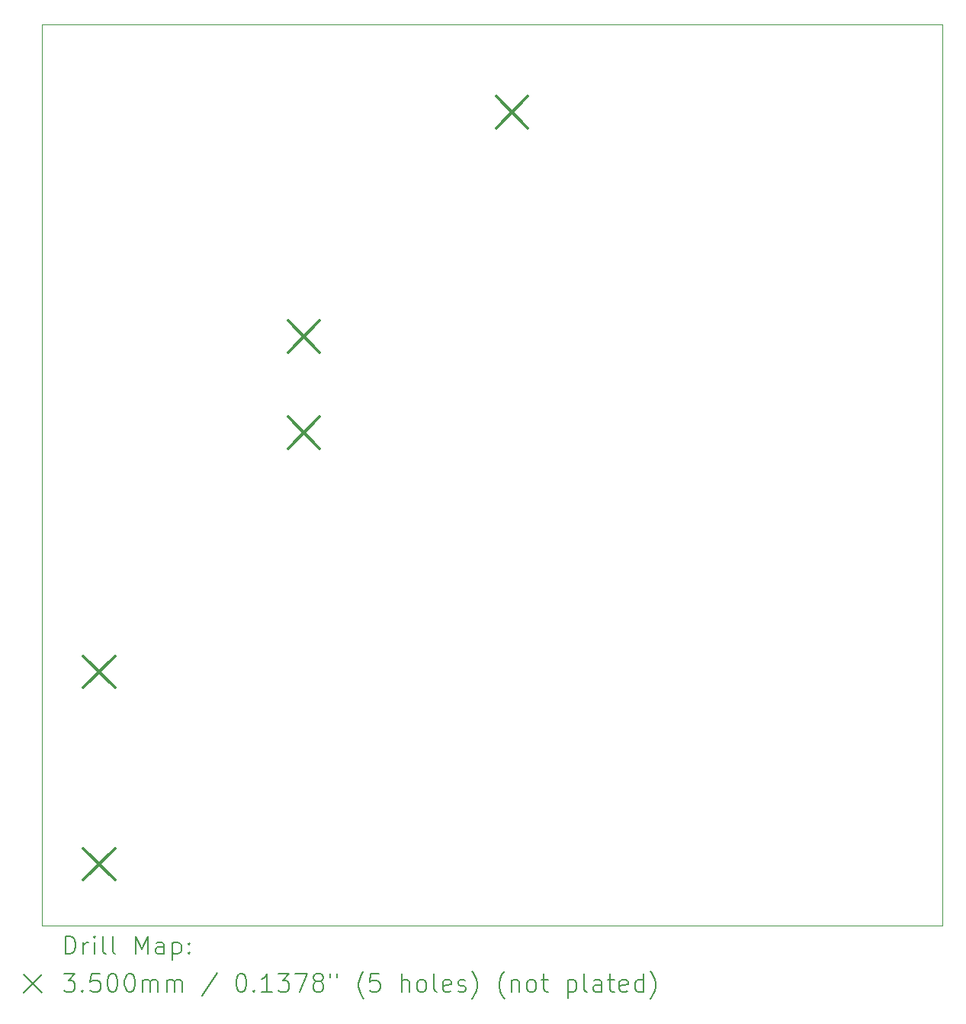
<source format=gbr>
%TF.GenerationSoftware,KiCad,Pcbnew,7.0.9*%
%TF.CreationDate,2024-08-07T13:57:23-07:00*%
%TF.ProjectId,v0.4.3e,76302e34-2e33-4652-9e6b-696361645f70,4e*%
%TF.SameCoordinates,Original*%
%TF.FileFunction,Drillmap*%
%TF.FilePolarity,Positive*%
%FSLAX45Y45*%
G04 Gerber Fmt 4.5, Leading zero omitted, Abs format (unit mm)*
G04 Created by KiCad (PCBNEW 7.0.9) date 2024-08-07 13:57:23*
%MOMM*%
%LPD*%
G01*
G04 APERTURE LIST*
%ADD10C,0.050000*%
%ADD11C,0.200000*%
%ADD12C,0.350000*%
G04 APERTURE END LIST*
D10*
X21050000Y-3700000D02*
X21050000Y-13700000D01*
X11050000Y-3700000D02*
X21050000Y-3700000D01*
X11050000Y-13700000D02*
X11050000Y-3700000D01*
X11050000Y-13700000D02*
X21050000Y-13700000D01*
D11*
D12*
X11509000Y-10711200D02*
X11859000Y-11061200D01*
X11859000Y-10711200D02*
X11509000Y-11061200D01*
X11509000Y-12844800D02*
X11859000Y-13194800D01*
X11859000Y-12844800D02*
X11509000Y-13194800D01*
X13780000Y-6987800D02*
X14130000Y-7337800D01*
X14130000Y-6987800D02*
X13780000Y-7337800D01*
X13780000Y-8054600D02*
X14130000Y-8404600D01*
X14130000Y-8054600D02*
X13780000Y-8404600D01*
X16091400Y-4498600D02*
X16441400Y-4848600D01*
X16441400Y-4498600D02*
X16091400Y-4848600D01*
D11*
X11308277Y-14013984D02*
X11308277Y-13813984D01*
X11308277Y-13813984D02*
X11355896Y-13813984D01*
X11355896Y-13813984D02*
X11384467Y-13823508D01*
X11384467Y-13823508D02*
X11403515Y-13842555D01*
X11403515Y-13842555D02*
X11413039Y-13861603D01*
X11413039Y-13861603D02*
X11422562Y-13899698D01*
X11422562Y-13899698D02*
X11422562Y-13928269D01*
X11422562Y-13928269D02*
X11413039Y-13966365D01*
X11413039Y-13966365D02*
X11403515Y-13985412D01*
X11403515Y-13985412D02*
X11384467Y-14004460D01*
X11384467Y-14004460D02*
X11355896Y-14013984D01*
X11355896Y-14013984D02*
X11308277Y-14013984D01*
X11508277Y-14013984D02*
X11508277Y-13880650D01*
X11508277Y-13918746D02*
X11517801Y-13899698D01*
X11517801Y-13899698D02*
X11527324Y-13890174D01*
X11527324Y-13890174D02*
X11546372Y-13880650D01*
X11546372Y-13880650D02*
X11565420Y-13880650D01*
X11632086Y-14013984D02*
X11632086Y-13880650D01*
X11632086Y-13813984D02*
X11622562Y-13823508D01*
X11622562Y-13823508D02*
X11632086Y-13833031D01*
X11632086Y-13833031D02*
X11641610Y-13823508D01*
X11641610Y-13823508D02*
X11632086Y-13813984D01*
X11632086Y-13813984D02*
X11632086Y-13833031D01*
X11755896Y-14013984D02*
X11736848Y-14004460D01*
X11736848Y-14004460D02*
X11727324Y-13985412D01*
X11727324Y-13985412D02*
X11727324Y-13813984D01*
X11860658Y-14013984D02*
X11841610Y-14004460D01*
X11841610Y-14004460D02*
X11832086Y-13985412D01*
X11832086Y-13985412D02*
X11832086Y-13813984D01*
X12089229Y-14013984D02*
X12089229Y-13813984D01*
X12089229Y-13813984D02*
X12155896Y-13956841D01*
X12155896Y-13956841D02*
X12222562Y-13813984D01*
X12222562Y-13813984D02*
X12222562Y-14013984D01*
X12403515Y-14013984D02*
X12403515Y-13909222D01*
X12403515Y-13909222D02*
X12393991Y-13890174D01*
X12393991Y-13890174D02*
X12374943Y-13880650D01*
X12374943Y-13880650D02*
X12336848Y-13880650D01*
X12336848Y-13880650D02*
X12317801Y-13890174D01*
X12403515Y-14004460D02*
X12384467Y-14013984D01*
X12384467Y-14013984D02*
X12336848Y-14013984D01*
X12336848Y-14013984D02*
X12317801Y-14004460D01*
X12317801Y-14004460D02*
X12308277Y-13985412D01*
X12308277Y-13985412D02*
X12308277Y-13966365D01*
X12308277Y-13966365D02*
X12317801Y-13947317D01*
X12317801Y-13947317D02*
X12336848Y-13937793D01*
X12336848Y-13937793D02*
X12384467Y-13937793D01*
X12384467Y-13937793D02*
X12403515Y-13928269D01*
X12498753Y-13880650D02*
X12498753Y-14080650D01*
X12498753Y-13890174D02*
X12517801Y-13880650D01*
X12517801Y-13880650D02*
X12555896Y-13880650D01*
X12555896Y-13880650D02*
X12574943Y-13890174D01*
X12574943Y-13890174D02*
X12584467Y-13899698D01*
X12584467Y-13899698D02*
X12593991Y-13918746D01*
X12593991Y-13918746D02*
X12593991Y-13975888D01*
X12593991Y-13975888D02*
X12584467Y-13994936D01*
X12584467Y-13994936D02*
X12574943Y-14004460D01*
X12574943Y-14004460D02*
X12555896Y-14013984D01*
X12555896Y-14013984D02*
X12517801Y-14013984D01*
X12517801Y-14013984D02*
X12498753Y-14004460D01*
X12679705Y-13994936D02*
X12689229Y-14004460D01*
X12689229Y-14004460D02*
X12679705Y-14013984D01*
X12679705Y-14013984D02*
X12670182Y-14004460D01*
X12670182Y-14004460D02*
X12679705Y-13994936D01*
X12679705Y-13994936D02*
X12679705Y-14013984D01*
X12679705Y-13890174D02*
X12689229Y-13899698D01*
X12689229Y-13899698D02*
X12679705Y-13909222D01*
X12679705Y-13909222D02*
X12670182Y-13899698D01*
X12670182Y-13899698D02*
X12679705Y-13890174D01*
X12679705Y-13890174D02*
X12679705Y-13909222D01*
X10847500Y-14242500D02*
X11047500Y-14442500D01*
X11047500Y-14242500D02*
X10847500Y-14442500D01*
X11289229Y-14233984D02*
X11413039Y-14233984D01*
X11413039Y-14233984D02*
X11346372Y-14310174D01*
X11346372Y-14310174D02*
X11374943Y-14310174D01*
X11374943Y-14310174D02*
X11393991Y-14319698D01*
X11393991Y-14319698D02*
X11403515Y-14329222D01*
X11403515Y-14329222D02*
X11413039Y-14348269D01*
X11413039Y-14348269D02*
X11413039Y-14395888D01*
X11413039Y-14395888D02*
X11403515Y-14414936D01*
X11403515Y-14414936D02*
X11393991Y-14424460D01*
X11393991Y-14424460D02*
X11374943Y-14433984D01*
X11374943Y-14433984D02*
X11317801Y-14433984D01*
X11317801Y-14433984D02*
X11298753Y-14424460D01*
X11298753Y-14424460D02*
X11289229Y-14414936D01*
X11498753Y-14414936D02*
X11508277Y-14424460D01*
X11508277Y-14424460D02*
X11498753Y-14433984D01*
X11498753Y-14433984D02*
X11489229Y-14424460D01*
X11489229Y-14424460D02*
X11498753Y-14414936D01*
X11498753Y-14414936D02*
X11498753Y-14433984D01*
X11689229Y-14233984D02*
X11593991Y-14233984D01*
X11593991Y-14233984D02*
X11584467Y-14329222D01*
X11584467Y-14329222D02*
X11593991Y-14319698D01*
X11593991Y-14319698D02*
X11613039Y-14310174D01*
X11613039Y-14310174D02*
X11660658Y-14310174D01*
X11660658Y-14310174D02*
X11679705Y-14319698D01*
X11679705Y-14319698D02*
X11689229Y-14329222D01*
X11689229Y-14329222D02*
X11698753Y-14348269D01*
X11698753Y-14348269D02*
X11698753Y-14395888D01*
X11698753Y-14395888D02*
X11689229Y-14414936D01*
X11689229Y-14414936D02*
X11679705Y-14424460D01*
X11679705Y-14424460D02*
X11660658Y-14433984D01*
X11660658Y-14433984D02*
X11613039Y-14433984D01*
X11613039Y-14433984D02*
X11593991Y-14424460D01*
X11593991Y-14424460D02*
X11584467Y-14414936D01*
X11822562Y-14233984D02*
X11841610Y-14233984D01*
X11841610Y-14233984D02*
X11860658Y-14243508D01*
X11860658Y-14243508D02*
X11870182Y-14253031D01*
X11870182Y-14253031D02*
X11879705Y-14272079D01*
X11879705Y-14272079D02*
X11889229Y-14310174D01*
X11889229Y-14310174D02*
X11889229Y-14357793D01*
X11889229Y-14357793D02*
X11879705Y-14395888D01*
X11879705Y-14395888D02*
X11870182Y-14414936D01*
X11870182Y-14414936D02*
X11860658Y-14424460D01*
X11860658Y-14424460D02*
X11841610Y-14433984D01*
X11841610Y-14433984D02*
X11822562Y-14433984D01*
X11822562Y-14433984D02*
X11803515Y-14424460D01*
X11803515Y-14424460D02*
X11793991Y-14414936D01*
X11793991Y-14414936D02*
X11784467Y-14395888D01*
X11784467Y-14395888D02*
X11774943Y-14357793D01*
X11774943Y-14357793D02*
X11774943Y-14310174D01*
X11774943Y-14310174D02*
X11784467Y-14272079D01*
X11784467Y-14272079D02*
X11793991Y-14253031D01*
X11793991Y-14253031D02*
X11803515Y-14243508D01*
X11803515Y-14243508D02*
X11822562Y-14233984D01*
X12013039Y-14233984D02*
X12032086Y-14233984D01*
X12032086Y-14233984D02*
X12051134Y-14243508D01*
X12051134Y-14243508D02*
X12060658Y-14253031D01*
X12060658Y-14253031D02*
X12070182Y-14272079D01*
X12070182Y-14272079D02*
X12079705Y-14310174D01*
X12079705Y-14310174D02*
X12079705Y-14357793D01*
X12079705Y-14357793D02*
X12070182Y-14395888D01*
X12070182Y-14395888D02*
X12060658Y-14414936D01*
X12060658Y-14414936D02*
X12051134Y-14424460D01*
X12051134Y-14424460D02*
X12032086Y-14433984D01*
X12032086Y-14433984D02*
X12013039Y-14433984D01*
X12013039Y-14433984D02*
X11993991Y-14424460D01*
X11993991Y-14424460D02*
X11984467Y-14414936D01*
X11984467Y-14414936D02*
X11974943Y-14395888D01*
X11974943Y-14395888D02*
X11965420Y-14357793D01*
X11965420Y-14357793D02*
X11965420Y-14310174D01*
X11965420Y-14310174D02*
X11974943Y-14272079D01*
X11974943Y-14272079D02*
X11984467Y-14253031D01*
X11984467Y-14253031D02*
X11993991Y-14243508D01*
X11993991Y-14243508D02*
X12013039Y-14233984D01*
X12165420Y-14433984D02*
X12165420Y-14300650D01*
X12165420Y-14319698D02*
X12174943Y-14310174D01*
X12174943Y-14310174D02*
X12193991Y-14300650D01*
X12193991Y-14300650D02*
X12222563Y-14300650D01*
X12222563Y-14300650D02*
X12241610Y-14310174D01*
X12241610Y-14310174D02*
X12251134Y-14329222D01*
X12251134Y-14329222D02*
X12251134Y-14433984D01*
X12251134Y-14329222D02*
X12260658Y-14310174D01*
X12260658Y-14310174D02*
X12279705Y-14300650D01*
X12279705Y-14300650D02*
X12308277Y-14300650D01*
X12308277Y-14300650D02*
X12327324Y-14310174D01*
X12327324Y-14310174D02*
X12336848Y-14329222D01*
X12336848Y-14329222D02*
X12336848Y-14433984D01*
X12432086Y-14433984D02*
X12432086Y-14300650D01*
X12432086Y-14319698D02*
X12441610Y-14310174D01*
X12441610Y-14310174D02*
X12460658Y-14300650D01*
X12460658Y-14300650D02*
X12489229Y-14300650D01*
X12489229Y-14300650D02*
X12508277Y-14310174D01*
X12508277Y-14310174D02*
X12517801Y-14329222D01*
X12517801Y-14329222D02*
X12517801Y-14433984D01*
X12517801Y-14329222D02*
X12527324Y-14310174D01*
X12527324Y-14310174D02*
X12546372Y-14300650D01*
X12546372Y-14300650D02*
X12574943Y-14300650D01*
X12574943Y-14300650D02*
X12593991Y-14310174D01*
X12593991Y-14310174D02*
X12603515Y-14329222D01*
X12603515Y-14329222D02*
X12603515Y-14433984D01*
X12993991Y-14224460D02*
X12822563Y-14481603D01*
X13251134Y-14233984D02*
X13270182Y-14233984D01*
X13270182Y-14233984D02*
X13289229Y-14243508D01*
X13289229Y-14243508D02*
X13298753Y-14253031D01*
X13298753Y-14253031D02*
X13308277Y-14272079D01*
X13308277Y-14272079D02*
X13317801Y-14310174D01*
X13317801Y-14310174D02*
X13317801Y-14357793D01*
X13317801Y-14357793D02*
X13308277Y-14395888D01*
X13308277Y-14395888D02*
X13298753Y-14414936D01*
X13298753Y-14414936D02*
X13289229Y-14424460D01*
X13289229Y-14424460D02*
X13270182Y-14433984D01*
X13270182Y-14433984D02*
X13251134Y-14433984D01*
X13251134Y-14433984D02*
X13232086Y-14424460D01*
X13232086Y-14424460D02*
X13222563Y-14414936D01*
X13222563Y-14414936D02*
X13213039Y-14395888D01*
X13213039Y-14395888D02*
X13203515Y-14357793D01*
X13203515Y-14357793D02*
X13203515Y-14310174D01*
X13203515Y-14310174D02*
X13213039Y-14272079D01*
X13213039Y-14272079D02*
X13222563Y-14253031D01*
X13222563Y-14253031D02*
X13232086Y-14243508D01*
X13232086Y-14243508D02*
X13251134Y-14233984D01*
X13403515Y-14414936D02*
X13413039Y-14424460D01*
X13413039Y-14424460D02*
X13403515Y-14433984D01*
X13403515Y-14433984D02*
X13393991Y-14424460D01*
X13393991Y-14424460D02*
X13403515Y-14414936D01*
X13403515Y-14414936D02*
X13403515Y-14433984D01*
X13603515Y-14433984D02*
X13489229Y-14433984D01*
X13546372Y-14433984D02*
X13546372Y-14233984D01*
X13546372Y-14233984D02*
X13527325Y-14262555D01*
X13527325Y-14262555D02*
X13508277Y-14281603D01*
X13508277Y-14281603D02*
X13489229Y-14291127D01*
X13670182Y-14233984D02*
X13793991Y-14233984D01*
X13793991Y-14233984D02*
X13727325Y-14310174D01*
X13727325Y-14310174D02*
X13755896Y-14310174D01*
X13755896Y-14310174D02*
X13774944Y-14319698D01*
X13774944Y-14319698D02*
X13784467Y-14329222D01*
X13784467Y-14329222D02*
X13793991Y-14348269D01*
X13793991Y-14348269D02*
X13793991Y-14395888D01*
X13793991Y-14395888D02*
X13784467Y-14414936D01*
X13784467Y-14414936D02*
X13774944Y-14424460D01*
X13774944Y-14424460D02*
X13755896Y-14433984D01*
X13755896Y-14433984D02*
X13698753Y-14433984D01*
X13698753Y-14433984D02*
X13679706Y-14424460D01*
X13679706Y-14424460D02*
X13670182Y-14414936D01*
X13860658Y-14233984D02*
X13993991Y-14233984D01*
X13993991Y-14233984D02*
X13908277Y-14433984D01*
X14098753Y-14319698D02*
X14079706Y-14310174D01*
X14079706Y-14310174D02*
X14070182Y-14300650D01*
X14070182Y-14300650D02*
X14060658Y-14281603D01*
X14060658Y-14281603D02*
X14060658Y-14272079D01*
X14060658Y-14272079D02*
X14070182Y-14253031D01*
X14070182Y-14253031D02*
X14079706Y-14243508D01*
X14079706Y-14243508D02*
X14098753Y-14233984D01*
X14098753Y-14233984D02*
X14136848Y-14233984D01*
X14136848Y-14233984D02*
X14155896Y-14243508D01*
X14155896Y-14243508D02*
X14165420Y-14253031D01*
X14165420Y-14253031D02*
X14174944Y-14272079D01*
X14174944Y-14272079D02*
X14174944Y-14281603D01*
X14174944Y-14281603D02*
X14165420Y-14300650D01*
X14165420Y-14300650D02*
X14155896Y-14310174D01*
X14155896Y-14310174D02*
X14136848Y-14319698D01*
X14136848Y-14319698D02*
X14098753Y-14319698D01*
X14098753Y-14319698D02*
X14079706Y-14329222D01*
X14079706Y-14329222D02*
X14070182Y-14338746D01*
X14070182Y-14338746D02*
X14060658Y-14357793D01*
X14060658Y-14357793D02*
X14060658Y-14395888D01*
X14060658Y-14395888D02*
X14070182Y-14414936D01*
X14070182Y-14414936D02*
X14079706Y-14424460D01*
X14079706Y-14424460D02*
X14098753Y-14433984D01*
X14098753Y-14433984D02*
X14136848Y-14433984D01*
X14136848Y-14433984D02*
X14155896Y-14424460D01*
X14155896Y-14424460D02*
X14165420Y-14414936D01*
X14165420Y-14414936D02*
X14174944Y-14395888D01*
X14174944Y-14395888D02*
X14174944Y-14357793D01*
X14174944Y-14357793D02*
X14165420Y-14338746D01*
X14165420Y-14338746D02*
X14155896Y-14329222D01*
X14155896Y-14329222D02*
X14136848Y-14319698D01*
X14251134Y-14233984D02*
X14251134Y-14272079D01*
X14327325Y-14233984D02*
X14327325Y-14272079D01*
X14622563Y-14510174D02*
X14613039Y-14500650D01*
X14613039Y-14500650D02*
X14593991Y-14472079D01*
X14593991Y-14472079D02*
X14584468Y-14453031D01*
X14584468Y-14453031D02*
X14574944Y-14424460D01*
X14574944Y-14424460D02*
X14565420Y-14376841D01*
X14565420Y-14376841D02*
X14565420Y-14338746D01*
X14565420Y-14338746D02*
X14574944Y-14291127D01*
X14574944Y-14291127D02*
X14584468Y-14262555D01*
X14584468Y-14262555D02*
X14593991Y-14243508D01*
X14593991Y-14243508D02*
X14613039Y-14214936D01*
X14613039Y-14214936D02*
X14622563Y-14205412D01*
X14793991Y-14233984D02*
X14698753Y-14233984D01*
X14698753Y-14233984D02*
X14689229Y-14329222D01*
X14689229Y-14329222D02*
X14698753Y-14319698D01*
X14698753Y-14319698D02*
X14717801Y-14310174D01*
X14717801Y-14310174D02*
X14765420Y-14310174D01*
X14765420Y-14310174D02*
X14784468Y-14319698D01*
X14784468Y-14319698D02*
X14793991Y-14329222D01*
X14793991Y-14329222D02*
X14803515Y-14348269D01*
X14803515Y-14348269D02*
X14803515Y-14395888D01*
X14803515Y-14395888D02*
X14793991Y-14414936D01*
X14793991Y-14414936D02*
X14784468Y-14424460D01*
X14784468Y-14424460D02*
X14765420Y-14433984D01*
X14765420Y-14433984D02*
X14717801Y-14433984D01*
X14717801Y-14433984D02*
X14698753Y-14424460D01*
X14698753Y-14424460D02*
X14689229Y-14414936D01*
X15041610Y-14433984D02*
X15041610Y-14233984D01*
X15127325Y-14433984D02*
X15127325Y-14329222D01*
X15127325Y-14329222D02*
X15117801Y-14310174D01*
X15117801Y-14310174D02*
X15098753Y-14300650D01*
X15098753Y-14300650D02*
X15070182Y-14300650D01*
X15070182Y-14300650D02*
X15051134Y-14310174D01*
X15051134Y-14310174D02*
X15041610Y-14319698D01*
X15251134Y-14433984D02*
X15232087Y-14424460D01*
X15232087Y-14424460D02*
X15222563Y-14414936D01*
X15222563Y-14414936D02*
X15213039Y-14395888D01*
X15213039Y-14395888D02*
X15213039Y-14338746D01*
X15213039Y-14338746D02*
X15222563Y-14319698D01*
X15222563Y-14319698D02*
X15232087Y-14310174D01*
X15232087Y-14310174D02*
X15251134Y-14300650D01*
X15251134Y-14300650D02*
X15279706Y-14300650D01*
X15279706Y-14300650D02*
X15298753Y-14310174D01*
X15298753Y-14310174D02*
X15308277Y-14319698D01*
X15308277Y-14319698D02*
X15317801Y-14338746D01*
X15317801Y-14338746D02*
X15317801Y-14395888D01*
X15317801Y-14395888D02*
X15308277Y-14414936D01*
X15308277Y-14414936D02*
X15298753Y-14424460D01*
X15298753Y-14424460D02*
X15279706Y-14433984D01*
X15279706Y-14433984D02*
X15251134Y-14433984D01*
X15432087Y-14433984D02*
X15413039Y-14424460D01*
X15413039Y-14424460D02*
X15403515Y-14405412D01*
X15403515Y-14405412D02*
X15403515Y-14233984D01*
X15584468Y-14424460D02*
X15565420Y-14433984D01*
X15565420Y-14433984D02*
X15527325Y-14433984D01*
X15527325Y-14433984D02*
X15508277Y-14424460D01*
X15508277Y-14424460D02*
X15498753Y-14405412D01*
X15498753Y-14405412D02*
X15498753Y-14329222D01*
X15498753Y-14329222D02*
X15508277Y-14310174D01*
X15508277Y-14310174D02*
X15527325Y-14300650D01*
X15527325Y-14300650D02*
X15565420Y-14300650D01*
X15565420Y-14300650D02*
X15584468Y-14310174D01*
X15584468Y-14310174D02*
X15593991Y-14329222D01*
X15593991Y-14329222D02*
X15593991Y-14348269D01*
X15593991Y-14348269D02*
X15498753Y-14367317D01*
X15670182Y-14424460D02*
X15689230Y-14433984D01*
X15689230Y-14433984D02*
X15727325Y-14433984D01*
X15727325Y-14433984D02*
X15746372Y-14424460D01*
X15746372Y-14424460D02*
X15755896Y-14405412D01*
X15755896Y-14405412D02*
X15755896Y-14395888D01*
X15755896Y-14395888D02*
X15746372Y-14376841D01*
X15746372Y-14376841D02*
X15727325Y-14367317D01*
X15727325Y-14367317D02*
X15698753Y-14367317D01*
X15698753Y-14367317D02*
X15679706Y-14357793D01*
X15679706Y-14357793D02*
X15670182Y-14338746D01*
X15670182Y-14338746D02*
X15670182Y-14329222D01*
X15670182Y-14329222D02*
X15679706Y-14310174D01*
X15679706Y-14310174D02*
X15698753Y-14300650D01*
X15698753Y-14300650D02*
X15727325Y-14300650D01*
X15727325Y-14300650D02*
X15746372Y-14310174D01*
X15822563Y-14510174D02*
X15832087Y-14500650D01*
X15832087Y-14500650D02*
X15851134Y-14472079D01*
X15851134Y-14472079D02*
X15860658Y-14453031D01*
X15860658Y-14453031D02*
X15870182Y-14424460D01*
X15870182Y-14424460D02*
X15879706Y-14376841D01*
X15879706Y-14376841D02*
X15879706Y-14338746D01*
X15879706Y-14338746D02*
X15870182Y-14291127D01*
X15870182Y-14291127D02*
X15860658Y-14262555D01*
X15860658Y-14262555D02*
X15851134Y-14243508D01*
X15851134Y-14243508D02*
X15832087Y-14214936D01*
X15832087Y-14214936D02*
X15822563Y-14205412D01*
X16184468Y-14510174D02*
X16174944Y-14500650D01*
X16174944Y-14500650D02*
X16155896Y-14472079D01*
X16155896Y-14472079D02*
X16146372Y-14453031D01*
X16146372Y-14453031D02*
X16136849Y-14424460D01*
X16136849Y-14424460D02*
X16127325Y-14376841D01*
X16127325Y-14376841D02*
X16127325Y-14338746D01*
X16127325Y-14338746D02*
X16136849Y-14291127D01*
X16136849Y-14291127D02*
X16146372Y-14262555D01*
X16146372Y-14262555D02*
X16155896Y-14243508D01*
X16155896Y-14243508D02*
X16174944Y-14214936D01*
X16174944Y-14214936D02*
X16184468Y-14205412D01*
X16260658Y-14300650D02*
X16260658Y-14433984D01*
X16260658Y-14319698D02*
X16270182Y-14310174D01*
X16270182Y-14310174D02*
X16289230Y-14300650D01*
X16289230Y-14300650D02*
X16317801Y-14300650D01*
X16317801Y-14300650D02*
X16336849Y-14310174D01*
X16336849Y-14310174D02*
X16346372Y-14329222D01*
X16346372Y-14329222D02*
X16346372Y-14433984D01*
X16470182Y-14433984D02*
X16451134Y-14424460D01*
X16451134Y-14424460D02*
X16441611Y-14414936D01*
X16441611Y-14414936D02*
X16432087Y-14395888D01*
X16432087Y-14395888D02*
X16432087Y-14338746D01*
X16432087Y-14338746D02*
X16441611Y-14319698D01*
X16441611Y-14319698D02*
X16451134Y-14310174D01*
X16451134Y-14310174D02*
X16470182Y-14300650D01*
X16470182Y-14300650D02*
X16498753Y-14300650D01*
X16498753Y-14300650D02*
X16517801Y-14310174D01*
X16517801Y-14310174D02*
X16527325Y-14319698D01*
X16527325Y-14319698D02*
X16536849Y-14338746D01*
X16536849Y-14338746D02*
X16536849Y-14395888D01*
X16536849Y-14395888D02*
X16527325Y-14414936D01*
X16527325Y-14414936D02*
X16517801Y-14424460D01*
X16517801Y-14424460D02*
X16498753Y-14433984D01*
X16498753Y-14433984D02*
X16470182Y-14433984D01*
X16593992Y-14300650D02*
X16670182Y-14300650D01*
X16622563Y-14233984D02*
X16622563Y-14405412D01*
X16622563Y-14405412D02*
X16632087Y-14424460D01*
X16632087Y-14424460D02*
X16651134Y-14433984D01*
X16651134Y-14433984D02*
X16670182Y-14433984D01*
X16889230Y-14300650D02*
X16889230Y-14500650D01*
X16889230Y-14310174D02*
X16908277Y-14300650D01*
X16908277Y-14300650D02*
X16946373Y-14300650D01*
X16946373Y-14300650D02*
X16965420Y-14310174D01*
X16965420Y-14310174D02*
X16974944Y-14319698D01*
X16974944Y-14319698D02*
X16984468Y-14338746D01*
X16984468Y-14338746D02*
X16984468Y-14395888D01*
X16984468Y-14395888D02*
X16974944Y-14414936D01*
X16974944Y-14414936D02*
X16965420Y-14424460D01*
X16965420Y-14424460D02*
X16946373Y-14433984D01*
X16946373Y-14433984D02*
X16908277Y-14433984D01*
X16908277Y-14433984D02*
X16889230Y-14424460D01*
X17098754Y-14433984D02*
X17079706Y-14424460D01*
X17079706Y-14424460D02*
X17070182Y-14405412D01*
X17070182Y-14405412D02*
X17070182Y-14233984D01*
X17260658Y-14433984D02*
X17260658Y-14329222D01*
X17260658Y-14329222D02*
X17251135Y-14310174D01*
X17251135Y-14310174D02*
X17232087Y-14300650D01*
X17232087Y-14300650D02*
X17193992Y-14300650D01*
X17193992Y-14300650D02*
X17174944Y-14310174D01*
X17260658Y-14424460D02*
X17241611Y-14433984D01*
X17241611Y-14433984D02*
X17193992Y-14433984D01*
X17193992Y-14433984D02*
X17174944Y-14424460D01*
X17174944Y-14424460D02*
X17165420Y-14405412D01*
X17165420Y-14405412D02*
X17165420Y-14386365D01*
X17165420Y-14386365D02*
X17174944Y-14367317D01*
X17174944Y-14367317D02*
X17193992Y-14357793D01*
X17193992Y-14357793D02*
X17241611Y-14357793D01*
X17241611Y-14357793D02*
X17260658Y-14348269D01*
X17327325Y-14300650D02*
X17403515Y-14300650D01*
X17355896Y-14233984D02*
X17355896Y-14405412D01*
X17355896Y-14405412D02*
X17365420Y-14424460D01*
X17365420Y-14424460D02*
X17384468Y-14433984D01*
X17384468Y-14433984D02*
X17403515Y-14433984D01*
X17546373Y-14424460D02*
X17527325Y-14433984D01*
X17527325Y-14433984D02*
X17489230Y-14433984D01*
X17489230Y-14433984D02*
X17470182Y-14424460D01*
X17470182Y-14424460D02*
X17460658Y-14405412D01*
X17460658Y-14405412D02*
X17460658Y-14329222D01*
X17460658Y-14329222D02*
X17470182Y-14310174D01*
X17470182Y-14310174D02*
X17489230Y-14300650D01*
X17489230Y-14300650D02*
X17527325Y-14300650D01*
X17527325Y-14300650D02*
X17546373Y-14310174D01*
X17546373Y-14310174D02*
X17555896Y-14329222D01*
X17555896Y-14329222D02*
X17555896Y-14348269D01*
X17555896Y-14348269D02*
X17460658Y-14367317D01*
X17727325Y-14433984D02*
X17727325Y-14233984D01*
X17727325Y-14424460D02*
X17708277Y-14433984D01*
X17708277Y-14433984D02*
X17670182Y-14433984D01*
X17670182Y-14433984D02*
X17651135Y-14424460D01*
X17651135Y-14424460D02*
X17641611Y-14414936D01*
X17641611Y-14414936D02*
X17632087Y-14395888D01*
X17632087Y-14395888D02*
X17632087Y-14338746D01*
X17632087Y-14338746D02*
X17641611Y-14319698D01*
X17641611Y-14319698D02*
X17651135Y-14310174D01*
X17651135Y-14310174D02*
X17670182Y-14300650D01*
X17670182Y-14300650D02*
X17708277Y-14300650D01*
X17708277Y-14300650D02*
X17727325Y-14310174D01*
X17803516Y-14510174D02*
X17813039Y-14500650D01*
X17813039Y-14500650D02*
X17832087Y-14472079D01*
X17832087Y-14472079D02*
X17841611Y-14453031D01*
X17841611Y-14453031D02*
X17851135Y-14424460D01*
X17851135Y-14424460D02*
X17860658Y-14376841D01*
X17860658Y-14376841D02*
X17860658Y-14338746D01*
X17860658Y-14338746D02*
X17851135Y-14291127D01*
X17851135Y-14291127D02*
X17841611Y-14262555D01*
X17841611Y-14262555D02*
X17832087Y-14243508D01*
X17832087Y-14243508D02*
X17813039Y-14214936D01*
X17813039Y-14214936D02*
X17803516Y-14205412D01*
M02*

</source>
